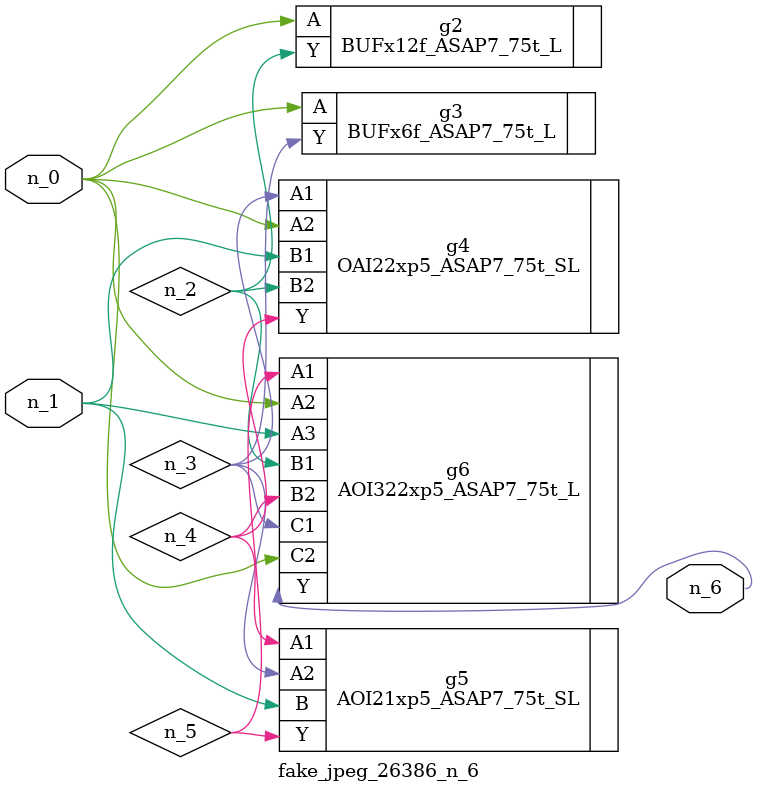
<source format=v>
module fake_jpeg_26386_n_6 (n_0, n_1, n_6);

input n_0;
input n_1;

output n_6;

wire n_2;
wire n_3;
wire n_4;
wire n_5;

BUFx12f_ASAP7_75t_L g2 ( 
.A(n_0),
.Y(n_2)
);

BUFx6f_ASAP7_75t_L g3 ( 
.A(n_0),
.Y(n_3)
);

OAI22xp5_ASAP7_75t_SL g4 ( 
.A1(n_3),
.A2(n_0),
.B1(n_1),
.B2(n_2),
.Y(n_4)
);

AOI21xp5_ASAP7_75t_SL g5 ( 
.A1(n_4),
.A2(n_3),
.B(n_1),
.Y(n_5)
);

AOI322xp5_ASAP7_75t_L g6 ( 
.A1(n_5),
.A2(n_0),
.A3(n_1),
.B1(n_2),
.B2(n_4),
.C1(n_3),
.C2(n_0),
.Y(n_6)
);


endmodule
</source>
